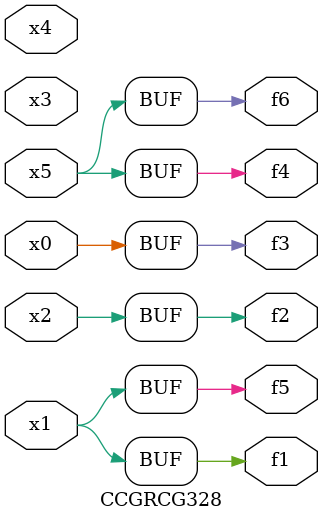
<source format=v>
module CCGRCG328(
	input x0, x1, x2, x3, x4, x5,
	output f1, f2, f3, f4, f5, f6
);
	assign f1 = x1;
	assign f2 = x2;
	assign f3 = x0;
	assign f4 = x5;
	assign f5 = x1;
	assign f6 = x5;
endmodule

</source>
